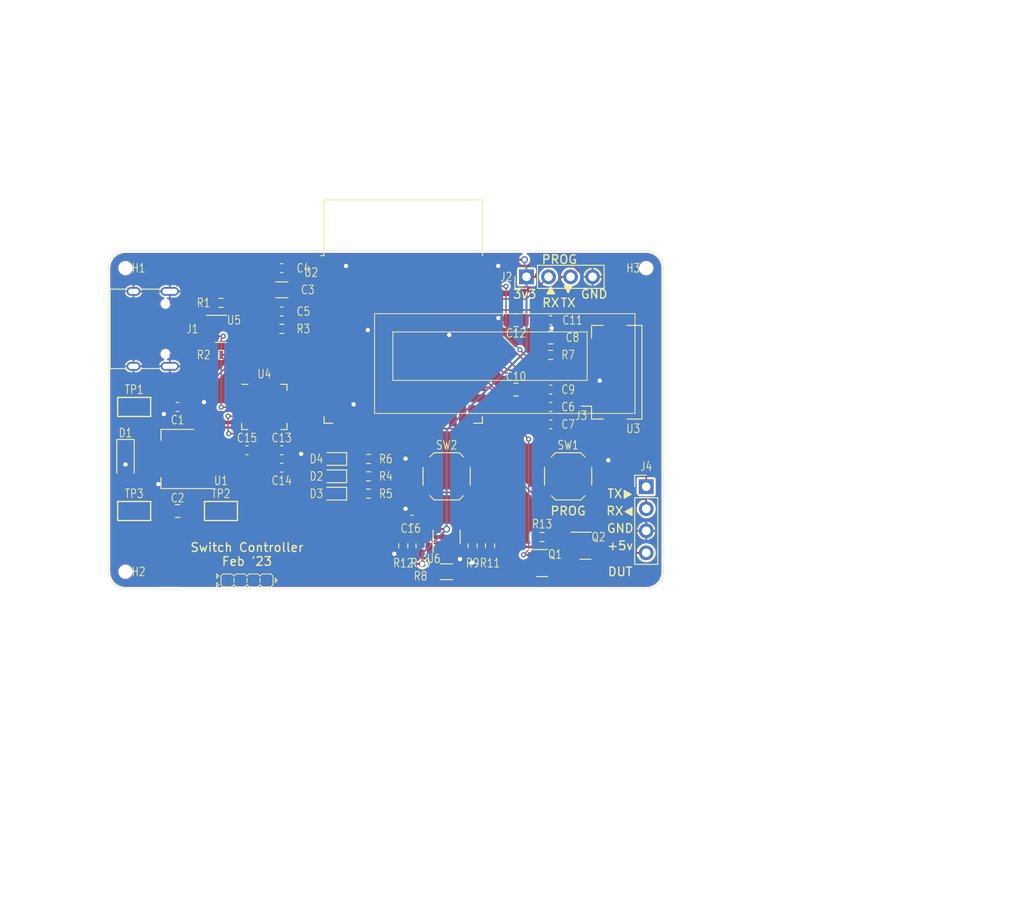
<source format=kicad_pcb>
(kicad_pcb (version 20211014) (generator pcbnew)
  (layers (0 "F.Cu" signal "Front") (31 "B.Cu" signal "Back") (34 "B.Paste" user) (35 "F.Paste" user) (36 "B.SilkS" user "B.Silkscreen") (37 "F.SilkS" user "F.Silkscreen") (38 "B.Mask" user) (39 "F.Mask" user) (44 "Edge.Cuts" user))
  (net 0 "")
  (net 1 "gnd")
  (net 2 "usb.conn.A5")
  (net 3 "vusb")
  (net 4 "usb.conn.B5")
  (net 5 "ledr.res.a")
  (net 6 "ledg.res.a")
  (net 7 "ledb.res.a")
  (net 8 "sw.pre.drain")
  (net 9 "mcu.ic.io2")
  (net 10 "ledr.signal")
  (net 11 "ledg.signal")
  (net 12 "ledb.signal")
  (net 13 "sw.control")
  (net 14 "mcu.prog.out")
  (net 15 "mcu.uart0.uart.tx")
  (net 16 "mcu.uart0.uart.rx")
  (net 17 "v3v3")
  (net 18 "usb.usb.dm")
  (net 19 "usb.usb.dp")
  (net 20 "sw1.out")
  (net 21 "conn.uart.tx")
  (net 22 "conn.uart.rx")
  (net 23 "sw.output")
  (net 24 "isense.pwr_out")
  (net 25 "isense.amp.r1.b")
  (net 26 "isense.amp.r2.b")
  (net 27 "isense.out")
  (net 28 "mcu.ic.chip_pu")
  (net 29 "lcd.iref_res.a")
  (net 30 "lcd.spi.sck")
  (net 31 "lcd.spi.mosi")
  (net 32 "usb_uart.uart.rx")
  (net 33 "usb_uart.uart.tx")
  (net 34 "lcd.cs")
  (net 35 "lcd.reset")
  (net 36 "lcd.dc")
  (net 37 "usb_uart.dcd")
  (net 38 "usb_uart.ri")
  (net 39 "usb_uart.ic.vdd")
  (net 40 "usb_uart.nsuspend")
  (net 41 "usb_uart.suspend")
  (net 42 "usb_uart.cts")
  (net 43 "usb_uart.rts")
  (net 44 "usb_uart.dsr")
  (net 45 "usb_uart.dtr")
  (net 46 "lcd.c2_cap.pos")
  (net 47 "lcd.c2_cap.neg")
  (net 48 "lcd.c1_cap.pos")
  (net 49 "lcd.c1_cap.neg")
  (net 50 "lcd.device.vcomh")
  (net 51 "lcd.device.vcc")
  (footprint "Resistor_SMD:R_0603_1608Metric" (layer "F.Cu") (at 134 58)
    (fp_text reference "R6")
    (fp_text value "")
  )
  (footprint "Resistor_SMD:R_0603_1608Metric" (layer "F.Cu") (at 154 67)
    (fp_text reference "R13")
    (fp_text value "")
  )
  (footprint "RF_Module:ESP32-WROOM-32" (layer "F.Cu") (at 138 44)
    (fp_text reference "U2")
    (fp_text value "ESP32-WROOM-32 (Espressif Systems)")
  )
  (footprint "TestPoint:TestPoint_Keystone_5015_Micro-Minature" (layer "F.Cu") (at 107 52)
    (fp_text reference "TP1")
    (fp_text value "5015 (Keystone) - vusb")
  )
  (footprint "Capacitor_SMD:C_0805_2012Metric" (layer "F.Cu") (at 151 42 180)
    (fp_text reference "C12")
    (fp_text value "")
  )
  (footprint "Capacitor_SMD:C_0805_2012Metric" (layer "F.Cu") (at 151 50 180)
    (fp_text reference "C10")
    (fp_text value "")
  )
  (footprint "TestPoint:TestPoint_Keystone_5015_Micro-Minature" (layer "F.Cu") (at 117 64)
    (fp_text reference "TP2")
    (fp_text value "5015 (Keystone) - gnd")
  )
  (footprint "Package_TO_SOT_SMD:SOT-23-5" (layer "F.Cu") (at 143 67 90)
    (fp_text reference "U6")
    (fp_text value "LMV321 (Texas Instruments)")
  )
  (footprint "LED_SMD:LED_0603_1608Metric" (layer "F.Cu") (at 130 60 180)
    (fp_text reference "D2")
    (fp_text value "KT-0603R (Hubei KENTO Elec) - Red 615~630nm 1.9~2.2V 0603 Light Emitting Diodes (LED) RoHS")
  )
  (footprint "Diode_SMD:D_SOD-123" (layer "F.Cu") (at 106 58 -90)
    (fp_text reference "D1")
    (fp_text value "BZT52C3V6 (SMC(Sangdest Microelectronicstronic (Nanjing))) - 5?A@1V 90? Single 3.6V~3.8V 350mW 3.4V SOD-123 Zener Diodes ROHS")
  )
  (footprint "Package_TO_SOT_SMD:SOT-23" (layer "F.Cu") (at 117 43)
    (fp_text reference "U5")
    (fp_text value "PESD5V0X1BT (Nexperia)")
  )
  (footprint "Resistor_SMD:R_0603_1608Metric" (layer "F.Cu") (at 146 68 90)
    (fp_text reference "R9")
    (fp_text value "")
  )
  (footprint "Capacitor_SMD:C_0603_1608Metric" (layer "F.Cu") (at 124 36 180)
    (fp_text reference "C4")
    (fp_text value "")
  )
  (footprint "Package_DFN_QFN:QFN-28-1EP_5x5mm_P0.5mm_EP3.35x3.35mm" (layer "F.Cu") (at 122 52)
    (fp_text reference "U4")
    (fp_text value "CP2102 (Silicon Labs)")
  )
  (footprint "Connector_FFC-FPC:Hirose_FH12-15S-0.5SH_1x15-1MP_P0.50mm_Horizontal" (layer "F.Cu") (at 161 48 90)
    (fp_text reference "J3")
    (fp_text value "AFC01-S15FCA-00 (Jushuo)")
  )
  (footprint "Resistor_SMD:R_0603_1608Metric" (layer "F.Cu") (at 134 60)
    (fp_text reference "R4")
    (fp_text value "")
  )
  (footprint "Connector_PinHeader_2.54mm:PinHeader_1x04_P2.54mm_Vertical" (layer "F.Cu") (at 152.2 37 90)
    (fp_text reference "J2")
    (fp_text value "PinHeader2.54 1x4 (Generic)")
  )
  (footprint "Capacitor_SMD:C_0603_1608Metric" (layer "F.Cu") (at 139 65 180)
    (fp_text reference "C16")
    (fp_text value "")
  )
  (footprint "edg:JlcToolingHole_1.152mm" (layer "F.Cu") (at 106 71)
    (fp_text reference "H2")
    (fp_text value "")
  )
  (footprint "edg:JlcToolingHole_1.152mm" (layer "F.Cu") (at 166 36)
    (fp_text reference "H3")
    (fp_text value "")
  )
  (footprint "Connector_USB:USB_C_Receptacle_XKB_U262-16XN-4BVC11" (layer "F.Cu") (at 108 43 -90)
    (fp_text reference "J1")
    (fp_text value "COM-15111 (Sparkfun)")
  )
  (footprint "Capacitor_SMD:C_0805_2012Metric" (layer "F.Cu") (at 155 44 180)
    (fp_text reference "C8")
    (fp_text value "")
  )
  (footprint "Resistor_SMD:R_0603_1608Metric" (layer "F.Cu") (at 148 68 90)
    (fp_text reference "R11")
    (fp_text value "")
  )
  (footprint "Resistor_SMD:R_0603_1608Metric" (layer "F.Cu") (at 124 43)
    (fp_text reference "R3")
    (fp_text value "")
  )
  (footprint "Capacitor_SMD:C_0603_1608Metric" (layer "F.Cu") (at 155 54 180)
    (fp_text reference "C7")
    (fp_text value "")
  )
  (footprint "Package_TO_SOT_SMD:SOT-23" (layer "F.Cu") (at 154 70)
    (fp_text reference "Q1")
    (fp_text value "2N7002 (Changjiang Electronics Tech (CJ)) - 60V 115mA 200mW 7.5?@10V,500mA 2.5V@250?A N Channel SOT-23(SOT-23-3) MOSFETs ROHS")
  )
  (footprint "LED_SMD:LED_0603_1608Metric" (layer "F.Cu") (at 130 62 180)
    (fp_text reference "D3")
    (fp_text value "")
  )
  (footprint "Capacitor_SMD:C_0603_1608Metric" (layer "F.Cu") (at 124 57)
    (fp_text reference "C13")
    (fp_text value "")
  )
  (footprint "Resistor_SMD:R_0603_1608Metric" (layer "F.Cu") (at 138 68 90)
    (fp_text reference "R12")
    (fp_text value "")
  )
  (footprint "edg:Indicator_IdDots_4" (layer "F.Cu") (at 120 72)
    (fp_text reference "U8" hide)
    (fp_text value "IdDots4")
  )
  (footprint "Capacitor_SMD:C_0603_1608Metric" (layer "F.Cu") (at 155 52 180)
    (fp_text reference "C6")
    (fp_text value "")
  )
  (footprint "Resistor_SMD:R_1206_3216Metric" (layer "F.Cu") (at 143 71)
    (fp_text reference "R8")
    (fp_text value "")
  )
  (footprint "Capacitor_SMD:C_0603_1608Metric" (layer "F.Cu") (at 155 50 180)
    (fp_text reference "C9")
    (fp_text value "")
  )
  (footprint "Button_Switch_SMD:SW_SPST_SKQG_WithoutStem" (layer "F.Cu") (at 143 60)
    (fp_text reference "SW2")
    (fp_text value "5.1mm switch")
  )
  (footprint "Resistor_SMD:R_0603_1608Metric" (layer "F.Cu") (at 140 68 90)
    (fp_text reference "R10")
    (fp_text value "")
  )
  (footprint "Resistor_SMD:R_0603_1608Metric" (layer "F.Cu") (at 134 62)
    (fp_text reference "R5")
    (fp_text value "")
  )
  (footprint "Button_Switch_SMD:SW_SPST_SKQG_WithoutStem" (layer "F.Cu") (at 157 60)
    (fp_text reference "SW1")
    (fp_text value "5.1mm switch")
  )
  (footprint "Capacitor_SMD:C_1206_3216Metric" (layer "F.Cu") (at 124 38.5 180)
    (fp_text reference "C3")
    (fp_text value "")
  )
  (footprint "edg:Lcd_Er_Oled0.91_3_Outline" (layer "F.Cu") (at 148 46.15)
    (fp_text reference "U3")
    (fp_text value "ER-OLED-0.91-e (EastRising)")
  )
  (footprint "Package_TO_SOT_SMD:SOT-223-3_TabPin2" (layer "F.Cu") (at 112 58 180)
    (fp_text reference "U1")
    (fp_text value "LD1117S33TR (STMicroelectronics)")
  )
  (footprint "Capacitor_SMD:C_0603_1608Metric" (layer "F.Cu") (at 124 41 180)
    (fp_text reference "C5")
    (fp_text value "")
  )
  (footprint "Capacitor_SMD:C_0603_1608Metric" (layer "F.Cu") (at 155 42 180)
    (fp_text reference "C11")
    (fp_text value "")
  )
  (footprint "edg:JlcToolingHole_1.152mm" (layer "F.Cu") (at 106 36)
    (fp_text reference "H1")
    (fp_text value "")
  )
  (footprint "Connector_PinHeader_2.54mm:PinHeader_1x04_P2.54mm_Vertical" (layer "F.Cu") (at 166 61.2)
    (fp_text reference "J4")
    (fp_text value "PinHeader2.54 1x4 (Generic)")
  )
  (footprint "Capacitor_SMD:C_0603_1608Metric" (layer "F.Cu") (at 124 59)
    (fp_text reference "C14")
    (fp_text value "")
  )
  (footprint "Resistor_SMD:R_0603_1608Metric" (layer "F.Cu") (at 117 46 180)
    (fp_text reference "R2")
    (fp_text value "")
  )
  (footprint "Capacitor_SMD:C_0603_1608Metric" (layer "F.Cu") (at 112 52 180)
    (fp_text reference "C1")
    (fp_text value "")
  )
  (footprint "Package_TO_SOT_SMD:SOT-23" (layer "F.Cu") (at 159 68)
    (fp_text reference "Q2")
    (fp_text value "AO3401A (Alpha & Omega Semicon) - 30V 4A 44m?@10V,4.3A 1.4W 1.3V@250?A P Channel SOT-23-3L MOSFETs ROHS")
  )
  (footprint "Capacitor_SMD:C_0603_1608Metric" (layer "F.Cu") (at 120 57)
    (fp_text reference "C15")
    (fp_text value "")
  )
  (footprint "Capacitor_SMD:C_0805_2012Metric" (layer "F.Cu") (at 112 64)
    (fp_text reference "C2")
    (fp_text value "")
  )
  (footprint "TestPoint:TestPoint_Keystone_5015_Micro-Minature" (layer "F.Cu") (at 107 64)
    (fp_text reference "TP3")
    (fp_text value "5015 (Keystone) - v3v3")
  )
  (footprint "LED_SMD:LED_0603_1608Metric" (layer "F.Cu") (at 130 58 180)
    (fp_text reference "D4")
    (fp_text value "")
  )
  (footprint "edg:Symbol_Duckling" (layer "F.Cu") (at 111 70)
    (fp_text reference "U7" hide)
    (fp_text value "Duck" hide)
  )
  (footprint "Resistor_SMD:R_0603_1608Metric" (layer "F.Cu") (at 155 46 180)
    (fp_text reference "R7")
    (fp_text value "")
  )
  (footprint "Resistor_SMD:R_0603_1608Metric" (layer "F.Cu") (at 117 40 180)
    (fp_text reference "R1")
    (fp_text value "")
  )
  (gr_line (start 106 34) (end 166 34) (layer "Edge.Cuts") (width 0.0381))
  (gr_line (start 166 73) (end 106 73) (layer "Edge.Cuts") (width 0.0381))
  (gr_line (start 104 71) (end 104 36) (layer "Edge.Cuts") (width 0.0381))
  (gr_arc (start 168 71) (mid 167.414214 72.414214) (end 166 73) (layer "Edge.Cuts") (width 0.0381))
  (gr_arc (start 104 36) (mid 104.585786 34.585786) (end 106 34) (layer "Edge.Cuts") (width 0.0381))
  (gr_arc (start 166 34) (mid 167.414214 34.585786) (end 168 36) (layer "Edge.Cuts") (width 0.0381))
  (gr_line (start 168 36) (end 168 71) (layer "Edge.Cuts") (width 0.0381))
  (gr_arc (start 106 73) (mid 104.585786 72.414214) (end 104 71) (layer "Edge.Cuts") (width 0.0381))
  (gr_text "3v3" (at 152 39) (layer "F.SilkS") (effects (font (size 1 1))))
  (gr_text "RX◀" (at 163 64) (layer "F.SilkS") (effects (font (size 1 1))))
  (gr_text "PROG" (at 157 64) (layer "F.SilkS") (effects (font (size 1 1))))
  (gr_text "GND" (at 160 39) (layer "F.SilkS") (effects (font (size 1 1))))
  (gr_text "TX" (at 157 40) (layer "F.SilkS") (effects (font (size 1 1))))
  (gr_text "+5v" (at 163 68) (layer "F.SilkS") (effects (font (size 1 1))))
  (gr_text "▲" (at 155 38.5) (layer "F.SilkS") (effects (font (size 1 1))))
  (gr_text "GND" (at 163 66) (layer "F.SilkS") (effects (font (size 1 1))))
  (gr_text "DUT" (at 163 71) (layer "F.SilkS") (effects (font (size 1 1))))
  (gr_text "TX▶" (at 163 62) (layer "F.SilkS") (effects (font (size 1 1))))
  (gr_text "Switch Controller\nFeb '23" (at 120 69) (layer "F.SilkS") (effects (font (size 1 1))))
  (gr_text "RX" (at 155 40) (layer "F.SilkS") (effects (font (size 1 1))))
  (gr_text "▲" (at 157 38.5 180) (layer "F.SilkS") (effects (font (size 1 1))))
  (gr_text "PROG" (at 156 35) (layer "F.SilkS") (effects (font (size 1 1))))
  (segment (start 129.5 35.745) (end 128.2249 35.745) (width 0.25) (layer "F.Cu") (net 1))
  (segment (start 138.225 63.7375) (end 138.225 65) (width 0.25) (layer "F.Cu") (net 1))
  (segment (start 111.105 47.32) (end 112.4301 47.32) (width 0.25) (layer "F.Cu") (net 1))
  (segment (start 124.775 57) (end 124.775 57.412) (width 0.25) (layer "F.Cu") (net 1))
  (segment (start 111.97 39.65) (end 111.67 39.95) (width 0.25) (layer "F.Cu") (net 1))
  (segment (start 122.525 36.7) (end 123.225 36) (width 0.25) (layer "F.Cu") (net 1))
  (segment (start 127.6701 35.1902) (end 128.2249 35.745) (width 0.25) (layer "F.Cu") (net 1))
  (segment (start 115.15 64) (end 115.15 61.3251) (width 0.25) (layer "F.Cu") (net 1))
  (segment (start 132.285 51.7011) (end 132.285 53.255) (width 0.25) (layer "F.Cu") (net 1))
  (segment (start 152.05 44) (end 154.05 44) (width 0.25) (layer "F.Cu") (net 1))
  (segment (start 115.15 60.3) (end 115.15 60.9) (width 0.25) (layer "F.Cu") (net 1))
  (segment (start 111.105 47.32) (end 106.925 47.32) (width 0.25) (layer "F.Cu") (net 1))
  (segment (start 136.4875 62) (end 138.225 63.7375) (width 0.25) (layer "F.Cu") (net 1))
  (segment (start 138.225 63.7375) (end 138.2717 63.7375) (width 0.25) (layer "F.Cu") (net 1))
  (segment (start 154.225 42.9125) (end 154.225 42) (width 0.25) (layer "F.Cu") (net 1))
  (segment (start 160.1 58.15) (end 153.9 58.15) (width 0.25) (layer "F.Cu") (net 1))
  (segment (start 138 68.825) (end 138.7219 68.1031) (width 0.25) (layer "F.Cu") (net 1))
  (segment (start 115.15 60.9) (end 115.15 61.3251) (width 0.25) (layer "F.Cu") (net 1))
  (segment (start 139.9 58.15) (end 138.7249 58.15) (width 0.25) (layer "F.Cu") (net 1))
  (segment (start 126.2358 57.412) (end 124.775 57.412) (width 0.25) (layer "F.Cu") (net 1))
  (segment (start 138.7249 58.15) (end 138.5316 57.9567) (width 0.25) (layer "F.Cu") (net 1))
  (segment (start 134.825 60) (end 134.825 62) (width 0.25) (layer "F.Cu") (net 1))
  (segment (start 117.825 38.77) (end 112.5201 38.77) (width 0.25) (layer "F.Cu") (net 1))
  (segment (start 112.0951 39.65) (end 112.5201 39.65) (width 0.25) (layer "F.Cu") (net 1))
  (segment (start 112.0951 39.65) (end 111.97 39.65) (width 0.25) (layer "F.Cu") (net 1))
  (segment (start 134.825 58) (end 134.825 60) (width 0.25) (layer "F.Cu") (net 1))
  (segment (start 111.105 38.68) (end 112.4301 38.68) (width 0.25) (layer "F.Cu") (net 1))
  (segment (start 124.0348 35.1902) (end 127.6701 35.1902) (width 0.25) (layer "F.Cu") (net 1))
  (segment (start 111.105 38.68) (end 106.925 38.68) (width 0.25) (layer "F.Cu") (net 1))
  (segment (start 123.225 41) (end 118.825 41) (width 0.25) (layer "F.Cu") (net 1))
  (segment (start 141.6559 69.0758) (end 142.4007 69.0758) (width 0.25) (layer "F.Cu") (net 1))
  (segment (start 161.632 58.15) (end 160.1 58.15) (width 0.25) (layer "F.Cu") (net 1))
  (segment (start 119.4974 51.4474) (end 115.0519 51.4474) (width 0.25) (layer "F.Cu") (net 1))
  (segment (start 119.55 51.5) (end 119.4974 51.4474) (width 0.25) (layer "F.Cu") (net 1))
  (segment (start 154.05 44) (end 154.225 43.825) (width 0.25) (layer "F.Cu") (net 1))
  (segment (start 148.9672 41.7507) (end 149.8007 41.7507) (width 0.25) (layer "F.Cu") (net 1))
  (segment (start 121.5 51.5) (end 119.55 51.5) (width 0.25) (layer "F.Cu") (net 1))
  (segment (start 143 68.4765) (end 143 68.1375) (width 0.25) (layer "F.Cu") (net 1))
  (segment (start 117.035 46.79) (end 112.5201 46.79) (width 0.25) (layer "F.Cu") (net 1))
  (segment (start 138.5316 57.9567) (end 138.2668 57.9567) (width 0.25) (layer "F.Cu") (net 1))
  (segment (start 149.8007 41.7507) (end 150.05 42) (width 0.25) (layer "F.Cu") (net 1))
  (segment (start 115.15 64) (end 112.95 64) (width 0.25) (layer "F.Cu") (net 1))
  (segment (start 144.0738 69.5503) (end 144.5363 69.5503) (width 0.25) (layer "F.Cu") (net 1))
  (segment (start 118.095 38.5) (end 122.525 38.5) (width 0.25) (layer "F.Cu") (net 1))
  (segment (start 111.67 46.35) (end 111.97 46.35) (width 0.25) (layer "F.Cu") (net 1))
  (segment (start 137.8871 68.9379) (end 138 68.825) (width 0.25) (layer "F.Cu") (net 1))
  (segment (start 109.7932 60.9) (end 115.15 60.9) (width 0.25) (layer "F.Cu") (net 1))
  (segment (start 154.175 44.125) (end 154.175 46) (width 0.25) (layer "F.Cu") (net 1))
  (segment (start 122 52) (end 121.5 51.5) (width 0.25) (layer "F.Cu") (net 1))
  (segment (start 112.5201 46.35) (end 112.5201 46.79) (width 0.25) (layer "F.Cu") (net 1))
  (segment (start 123.225 36) (end 124.0348 35.1902) (width 0.25) (layer "F.Cu") (net 1))
  (segment (start 112.0951 46.35) (end 112.5201 46.35) (width 0.25) (layer "F.Cu") (net 1))
  (segment (start 129.5 35.745) (end 131.411 35.745) (width 0.25) (layer "F.Cu") (net 1))
  (segment (start 134.1223 43.1424) (end 133.9265 43.1424) (width 0.25) (layer "F.Cu") (net 1))
  (segment (start 143 68.4765) (end 144.0738 69.5503) (width 0.25) (layer "F.Cu") (net 1))
  (segment (start 140.2301 43.7) (end 139.7751 43.245) (width 0.25) (layer "F.Cu") (net 1))
  (segment (start 159.15 49) (end 160.607 49) (width 0.25) (layer "F.Cu") (net 1))
  (segment (start 117.9375 45.8875) (end 117.825 46) (width 0.25) (layer "F.Cu") (net 1))
  (segment (start 155.225 49) (end 154.225 50) (width 0.25) (layer "F.Cu") (net 1))
  (segment (start 138.7219 68.1031) (end 140.6832 68.1031) (width 0.25) (layer "F.Cu") (net 1))
  (segment (start 124.775 57.412) (end 124.775 59) (width 0.25) (layer "F.Cu") (net 1))
  (segment (start 153.2174 48.9924) (end 154.225 50) (width 0.25) (layer "F.Cu") (net 1))
  (segment (start 111.225 52.0182) (end 111.225 52) (width 0.25) (layer "F.Cu") (net 1))
  (segment (start 159.15 49) (end 155.225 49) (width 0.25) (layer "F.Cu") (net 1))
  (segment (start 122.525 38.5) (end 122.525 36.7) (width 0.25) (layer "F.Cu") (net 1))
  (segment (start 137 43.245) (end 139.7751 43.245) (width 0.25) (layer "F.Cu") (net 1))
  (segment (start 117.825 38.77) (end 117.825 40) (width 0.25) (layer "F.Cu") (net 1))
  (segment (start 112.5201 39.65) (end 112.5201 38.77) (width 0.25) (layer "F.Cu") (net 1))
  (segment (start 136.9731 68.9379) (end 137.8871 68.9379) (width 0.25) (layer "F.Cu") (net 1))
  (segment (start 139.9 58.15) (end 146.1 58.15) (width 0.25) (layer "F.Cu") (net 1))
  (segment (start 134.825 62) (end 136.4875 62) (width 0.25) (layer "F.Cu") (net 1))
  (segment (start 143.2957 43.7) (end 140.2301 43.7) (width 0.25) (layer "F.Cu") (net 1))
  (segment (start 154.05 44) (end 154.175 44.125) (width 0.25) (layer "F.Cu") (net 1))
  (segment (start 118.825 41) (end 117.825 40) (width 0.25) (layer "F.Cu") (net 1))
  (segment (start 160.607 49) (end 160.6361 48.9709) (width 0.25) (layer "F.Cu") (net 1))
  (segment (start 111.97 46.35) (end 111.67 46.05) (width 0.25) (layer "F.Cu") (net 1))
  (segment (start 111.67 39.65) (end 111.97 39.65) (width 0.25) (layer "F.Cu") (net 1))
  (segment (start 134.2249 43.245) (end 134.1223 43.1424) (width 0.25) (layer "F.Cu") (net 1))
  (segment (start 154.225 42.9125) (end 155.0993 42.9125) (width 0.25) (layer "F.Cu") (net 1))
  (segment (start 117.825 38.77) (end 118.095 38.5) (width 0.25) (layer "F.Cu") (net 1))
  (segment (start 137 43.245) (end 134.2249 43.245) (width 0.25) (layer "F.Cu") (net 1))
  (segment (start 112.5201 38.77) (end 112.4301 38.68) (width 0.25) (layer "F.Cu") (net 1))
  (segment (start 124.775 57) (end 124.0033 56.2283) (width 0.25) (layer "F.Cu") (net 1))
  (segment (start 117.825 46) (end 117.035 46.79) (width 0.25) (layer "F.Cu") (net 1))
  (segment (start 151.0576 48.9924) (end 153.2174 48.9924) (width 0.25) (layer "F.Cu") (net 1))
  (segment (start 106 58.6374) (end 106 59.65) (width 0.25) (layer "F.Cu") (net 1))
  (segment (start 150.05 42) (end 152.05 44) (width 0.25) (layer "F.Cu") (net 1))
  (segment (start 121.5467 56.2283) (end 120.775 57) (width 0.25) (layer "F.Cu") (net 1))
  (segment (start 142.4007 69.0758) (end 143 68.4765) (width 0.25) (layer "F.Cu") (net 1))
  (segment (start 124.0033 56.2283) (end 121.5467 56.2283) (width 0.25) (layer "F.Cu") (net 1))
  (segment (start 117.9375 43) (end 117.9375 45.8875) (width 0.25) (layer "F.Cu") (net 1))
  (segment (start 146.5 35.745) (end 148.9547 35.745) (width 0.25) (layer "F.Cu") (net 1))
  (segment (start 154.225 43.825) (end 154.225 42.9125) (width 0.25) (layer "F.Cu") (net 1))
  (segment (start 145.9191 69.9521) (end 152.0646 69.9521) (width 0.25) (layer "F.Cu") (net 1))
  (segment (start 152.0646 69.9521) (end 153.0625 70.95) (width 0.25) (layer "F.Cu") (net 1))
  (segment (start 112.5201 46.79) (end 112.5201 47.23) (width 0.25) (layer "F.Cu") (net 1))
  (segment (start 112.0951 46.35) (end 111.97 46.35) (width 0.25) (layer "F.Cu") (net 1))
  (segment (start 117 64) (end 115.15 64) (width 0.25) (layer "F.Cu") (net 1))
  (segment (start 112.5201 47.23) (end 112.4301 47.32) (width 0.25) (layer "F.Cu") (net 1))
  (segment (start 140.6832 68.1031) (end 141.6559 69.0758) (width 0.25) (layer "F.Cu") (net 1))
  (segment (start 150.05 50) (end 151.0576 48.9924) (width 0.25) (layer "F.Cu") (net 1))
  (segment (start 110.4199 52.8233) (end 111.225 52.0182) (width 0.25) (layer "F.Cu") (net 1))
  (via (at 109.7932 60.9) (size 0.8) (drill 0.5) (layers "F.Cu" "B.Cu") (net 1))
  (via (at 145.9191 69.9521) (size 0.8) (drill 0.5) (layers "F.Cu" "B.Cu") (net 1))
  (via (at 161.632 58.15) (size 0.8) (drill 0.5) (layers "F.Cu" "B.Cu") (net 1))
  (via (at 143.2957 43.7) (size 0.8) (drill 0.5) (layers "F.Cu" "B.Cu") (net 1))
  (via (at 148.9547 35.745) (size 0.8) (drill 0.5) (layers "F.Cu" "B.Cu") (net 1))
  (via (at 155.0993 42.9125) (size 0.8) (drill 0.5) (layers "F.Cu" "B.Cu") (net 1))
  (via (at 131.411 35.745) (size 0.8) (drill 0.5) (layers "F.Cu" "B.Cu") (net 1))
  (via (at 148.9672 41.7507) (size 0.8) (drill 0.5) (layers "F.Cu" "B.Cu") (net 1))
  (via (at 138.2717 63.7375) (size 0.8) (drill 0.5) (layers "F.Cu" "B.Cu") (net 1))
  (via (at 126.2358 57.412) (size 0.8) (drill 0.5) (layers "F.Cu" "B.Cu") (net 1))
  (via (at 133.9265 43.1424) (size 0.8) (drill 0.5) (layers "F.Cu" "B.Cu") (net 1))
  (via (at 138.2668 57.9567) (size 0.8) (drill 0.5) (layers "F.Cu" "B.Cu") (net 1))
  (via (at 136.9731 68.9379) (size 0.8) (drill 0.5) (layers "F.Cu" "B.Cu") (net 1))
  (via (at 132.285 51.7011) (size 0.8) (drill 0.5) (layers "F.Cu" "B.Cu") (net 1))
  (via (at 160.6361 48.9709) (size 0.8) (drill 0.5) (layers "F.Cu" "B.Cu") (net 1))
  (via (at 106 58.6374) (size 0.8) (drill 0.5) (layers "F.Cu" "B.Cu") (net 1))
  (via (at 115.0519 51.4474) (size 0.8) (drill 0.5) (layers "F.Cu" "B.Cu") (net 1))
  (via (at 144.5363 69.5503) (size 0.8) (drill 0.5) (layers "F.Cu" "B.Cu") (net 1))
  (via (at 110.4199 52.8233) (size 0.8) (drill 0.5) (layers "F.Cu" "B.Cu") (net 1))
  (segment (start 135.2759 54.9658) (end 132.285 54.9658) (width 0.25) (layer "B.Cu") (net 1))
  (segment (start 160.6361 48.9709) (end 159.82 48.1548) (width 0.25) (layer "B.Cu") (net 1))
  (segment (start 136.9731 68.9379) (end 138.2717 67.6393) (width 0.25) (layer "B.Cu") (net 1))
  (segment (start 106.925 38.68) (end 108.0001 38.68) (width 0.25) (layer "B.Cu") (net 1))
  (segment (start 148.9672 41.7507) (end 148.9672 35.7575) (width 0.25) (layer "B.Cu") (net 1))
  (segment (start 144.5363 69.5503) (end 145.5173 69.5503) (width 0.25) (layer "B.Cu") (net 1))
  (segment (start 138.2717 63.7375) (end 138.2668 63.7326) (width 0.25) (layer "B.Cu") (net 1))
  (segment (start 111.105 47.32) (end 112.4301 47.32) (width 0.25) (layer "B.Cu") (net 1))
  (segment (start 132.285 54.9658) (end 128.682 54.9658) (width 0.25) (layer "B.Cu") (net 1))
  (segment (start 112.4301 48.8256) (end 115.0519 51.4474) (width 0.25) (layer "B.Cu") (net 1))
  (segment (start 106 58.6374) (end 107.5306 58.6374) (width 0.25) (layer "B.Cu") (net 1))
  (segment (start 148.9672 35.7575) (end 148.9547 35.745) (width 0.25) (layer "B.Cu") (net 1))
  (segment (start 145.245 41.7507) (end 143.2957 43.7) (width 0.25) (layer "B.Cu") (net 1))
  (segment (start 109.7799 47.32) (end 109.7799 52.1833) (width 0.25) (layer "B.Cu") (net 1))
  (segment (start 161.632 61.0201) (end 165.7668 65.1549) (width 0.25) (layer "B.Cu") (net 1))
  (segment (start 128.682 54.9658) (end 126.2358 57.412) (width 0.25) (layer "B.Cu") (net 1))
  (segment (start 159.82 42.9125) (end 159.82 37) (width 0.25) (layer "B.Cu") (net 1))
  (segment (start 132.285 44.7839) (end 132.285 51.7011) (width 0.25) (layer "B.Cu") (net 1))
  (segment (start 161.632 58.15) (end 161.632 49.9668) (width 0.25) (layer "B.Cu") (net 1))
  (segment (start 133.9265 43.1424) (end 132.285 44.7839) (width 0.25) (layer "B.Cu") (net 1))
  (segment (start 133.9265 38.2605) (end 131.411 35.745) (width 0.25) (layer "B.Cu") (net 1))
  (segment (start 138.2668 63.7326) (end 138.2668 57.9567) (width 0.25) (layer "B.Cu") (net 1))
  (segment (start 109.7799 52.1833) (end 110.4199 52.8233) (width 0.25) (layer "B.Cu") (net 1))
  (segment (start 106 57.2432) (end 106 58.6374) (width 0.25) (layer "B.Cu") (net 1))
  (segment (start 108.0001 38.68) (end 108.0001 47.32) (width 0.25) (layer "B.Cu") (net 1))
  (segment (start 132.285 54.9658) (end 132.285 51.7011) (width 0.25) (layer "B.Cu") (net 1))
  (segment (start 133.9265 43.1424) (end 133.9265 38.2605) (width 0.25) (layer "B.Cu") (net 1))
  (segment (start 110.4199 52.8233) (end 106 57.2432) (width 0.25) (layer "B.Cu") (net 1))
  (segment (start 159.82 48.1548) (end 159.82 42.9125) (width 0.25) (layer "B.Cu") (net 1))
  (segment (start 107.5306 58.6374) (end 109.7932 60.9) (width 0.25) (layer "B.Cu") (net 1))
  (segment (start 166 66.28) (end 166 65.1549) (width 0.25) (layer "B.Cu") (net 1))
  (segment (start 161.632 58.15) (end 161.632 61.0201) (width 0.25) (layer "B.Cu") (net 1))
  (segment (start 159.82 42.9125) (end 155.0993 42.9125) (width 0.25) (layer "B.Cu") (net 1))
  (segment (start 111.105 47.32) (end 109.7799 47.32) (width 0.25) (layer "B.Cu") (net 1))
  (segment (start 165.7668 65.1549) (end 166 65.1549) (width 0.25) (layer "B.Cu") (net 1))
  (segment (start 161.632 49.9668) (end 160.6361 48.9709) (width 0.25) (layer "B.Cu") (net 1))
  (segment (start 138.2668 57.9567) (end 135.2759 54.9658) (width 0.25) (layer "B.Cu") (net 1))
  (segment (start 148.9672 41.7507) (end 145.245 41.7507) (width 0.25) (layer "B.Cu") (net 1))
  (segment (start 138.2717 67.6393) (end 138.2717 63.7375) (width 0.25) (layer "B.Cu") (net 1))
  (segment (start 106.925 47.32) (end 108.0001 47.32) (width 0.25) (layer "B.Cu") (net 1))
  (segment (start 145.5173 69.5503) (end 145.9191 69.9521) (width 0.25) (layer "B.Cu") (net 1))
  (segment (start 112.4301 47.32) (end 112.4301 48.8256) (width 0.25) (layer "B.Cu") (net 1))
  (segment (start 116.175 40) (end 114.425 41.75) (width 0.16) (layer "F.Cu") (net 2))
  (segment (start 114.425 41.75) (end 111.67 41.75) (width 0.16) (layer "F.Cu") (net 2))
  (segment (start 110.8199 45.25) (end 110.4862 44.9163) (width 0.2) (layer "F.Cu") (net 3))
  (segment (start 123.225 57.7971) (end 117.2471 57.7971) (width 0.25) (layer "F.Cu") (net 3))
  (segment (start 139.919 69.417) (end 139.7154 69.6206) (width 0.25) (layer "F.Cu") (net 3))
  (segment (start 107 52) (end 107 53.1751) (width 0.25) (layer "F.Cu") (net 3))
  (segment (start 141.5375 71) (end 141.5375 70.4762) (width 0.25) (layer "F.Cu") (net 3))
  (segment (start 111.2765 53.4985) (end 107.3234 53.4985) (width 0.25) (layer "F.Cu") (net 3))
  (segment (start 115.15 54.375) (end 118.675 54.375) (width 0.25) (layer "F.Cu") (net 3))
  (segment (start 115.15 54.375) (end 115.15 55.7) (width 0.25) (layer "F.Cu") (net 3))
  (segment (start 107.9136 44.9163) (end 105.8423 46.9876) (width 0.25) (layer "F.Cu") (net 3))
  (segment (start 112.775 52) (end 115.15 54.375) (width 0.25) (layer "F.Cu") (net 3))
  (segment (start 123.225 57.7971) (end 123.225 57) (width 0.25) (layer "F.Cu") (net 3))
  (segment (start 110.4862 44.9163) (end 110.4862 41.0837) (width 0.25) (layer "F.Cu") (net 3))
  (segment (start 107.3234 53.4985) (end 107 53.1751) (width 0.25) (layer "F.Cu") (net 3))
  (segment (start 116.1751 56.7251) (end 115.15 56.7251) (width 0.25) (layer "F.Cu") (net 3))
  (segment (start 105.8423 46.9876) (end 105.8423 49.6672) (width 0.25) (layer "F.Cu") (net 3))
  (segment (start 139.7154 69.6206) (end 133.8456 69.6206) (width 0.25) (layer "F.Cu") (net 3))
  (segment (start 111.67 45.25) (end 111.67 45.55) (width 0.25) (layer "F.Cu") (net 3))
  (segment (start 123.225 59) (end 123.225 57.7971) (width 0.25) (layer "F.Cu") (net 3))
  (segment (start 117.2471 57.7971) (end 116.1751 56.7251) (width 0.25) (layer "F.Cu") (net 3))
  (segment (start 140.4783 69.417) (end 140 69.417) (width 0.25) (layer "F.Cu") (net 3))
  (segment (start 141.5375 70.4762) (end 140.4783 69.417) (width 0.25) (layer "F.Cu") (net 3))
  (segment (start 110.8199 40.75) (end 110.4862 41.0837) (width 0.2) (layer "F.Cu") (net 3))
  (segment (start 120.5 54.45) (end 119.55 53.5) (width 0.25) (layer "F.Cu") (net 3))
  (segment (start 118.675 54.375) (end 119.55 53.5) (width 0.25) (layer "F.Cu") (net 3))
  (segment (start 140 69.417) (end 139.919 69.417) (width 0.25) (layer "F.Cu") (net 3))
  (segment (start 107 52) (end 107 50.8249) (width 0.25) (layer "F.Cu") (net 3))
  (segment (start 111.67 40.75) (end 111.67 40.45) (width 0.25) (layer "F.Cu") (net 3))
  (segment (start 111.67 45.25) (end 110.8199 45.25) (width 0.2) (layer "F.Cu") (net 3))
  (segment (start 115.15 55.7) (end 115.15 56.7251) (width 0.25) (layer "F.Cu") (net 3))
  (segment (start 140 68.825) (end 140 69.417) (width 0.25) (layer "F.Cu") (net 3))
  (segment (start 112.775 52) (end 111.2765 53.4985) (width 0.25) (layer "F.Cu") (net 3))
  (segment (start 133.8456 69.6206) (end 123.225 59) (width 0.25) (layer "F.Cu") (net 3))
  (segment (start 111.67 40.75) (end 110.8199 40.75) (width 0.2) (layer "F.Cu") (net 3))
  (segment (start 110.4862 44.9163) (end 107.9136 44.9163) (width 0.25) (layer "F.Cu") (net 3))
  (segment (start 105.8423 49.6672) (end 107 50.8249) (width 0.25) (layer "F.Cu") (net 3))
  (segment (start 114.925 44.75) (end 111.67 44.75) (width 0.16) (layer "F.Cu") (net 4))
  (segment (start 116.175 46) (end 114.925 44.75) (width 0.16) (layer "F.Cu") (net 4))
  (segment (start 133.175 60) (end 130.7875 60) (width 0.16) (layer "F.Cu") (net 5))
  (segment (start 133.175 62) (end 130.7875 62) (width 0.16) (layer "F.Cu") (net 6))
  (segment (start 130.7875 58) (end 133.175 58) (width 0.16) (layer "F.Cu") (net 7))
  (segment (start 159.0899 68.6264) (end 159.0899 69.2466) (width 0.16) (layer "F.Cu") (net 8))
  (segment (start 158.0625 67.05) (end 157.2539 67.05) (width 0.16) (layer "F.Cu") (net 8))
  (segment (start 157.2539 67.05) (end 154.875 67.05) (width 0.16) (layer "F.Cu") (net 8))
  (segment (start 157.5135 67.05) (end 159.0899 68.6264) (width 0.16) (layer "F.Cu") (net 8))
  (segment (start 158.3365 70) (end 154.9375 70) (width 0.16) (layer "F.Cu") (net 8))
  (segment (start 159.0899 69.2466) (end 158.3365 70) (width 0.16) (layer "F.Cu") (net 8))
  (segment (start 154.875 67.05) (end 154.825 67) (width 0.16) (layer "F.Cu") (net 8))
  (segment (start 157.2539 67.05) (end 157.5135 67.05) (width 0.16) (layer "F.Cu") (net 8))
  (segment (start 129.5 50.985) (end 128.2699 50.985) (width 0.16) (layer "F.Cu") (net 10))
  (segment (start 127.9386 51.3163) (end 128.2699 50.985) (width 0.16) (layer "F.Cu") (net 10))
  (segment (start 129.2125 60) (end 127.9386 58.7261) (width 0.16) (layer "F.Cu") (net 10))
  (segment (start 127.9386 58.7261) (end 127.9386 51.3163) (width 0.16) (layer "F.Cu") (net 10))
  (segment (start 129.5 49.715) (end 128.2699 49.715) (width 0.16) (layer "F.Cu") (net 11))
  (segment (start 127.6285 60.416) (end 129.2125 62) (width 0.16) (layer "F.Cu") (net 11))
  (segment (start 127.6285 50.3564) (end 127.6285 60.416) (width 0.16) (layer "F.Cu") (net 11))
  (segment (start 128.2699 49.715) (end 127.6285 50.3564) (width 0.16) (layer "F.Cu") (net 11))
  (segment (start 128.2699 57.0574) (end 128.2699 52.255) (width 0.16) (layer "F.Cu") (net 12))
  (segment (start 129.5 52.255) (end 128.2699 52.255) (width 0.16) (layer "F.Cu") (net 12))
  (segment (start 129.2125 58) (end 128.2699 57.0574) (width 0.16) (layer "F.Cu") (net 12))
  (segment (start 153.0625 69.05) (end 151.859 69.05) (width 0.16) (layer "F.Cu") (net 13))
  (segment (start 152.4514 55.7063) (end 147.7301 50.985) (width 0.16) (layer "F.Cu") (net 13))
  (segment (start 146.5 50.985) (end 147.7301 50.985) (width 0.16) (layer "F.Cu") (net 13))
  (via (at 152.4514 55.7063) (size 0.6) (drill 0.3) (layers "F.Cu" "B.Cu") (net 13))
  (via (at 151.859 69.05) (size 0.6) (drill 0.3) (layers "F.Cu" "B.Cu") (net 13))
  (segment (start 151.859 69.05) (end 152.4514 68.4576) (width 0.16) (layer "B.Cu") (net 13))
  (segment (start 152.4514 68.4576) (end 152.4514 55.7063) (width 0.16) (layer "B.Cu") (net 13))
  (segment (start 146.5 52.255) (end 147.7301 52.255) (width 0.16) (layer "F.Cu") (net 14))
  (segment (start 147.7301 52.255) (end 147.7301 56.8102) (width 0.16) (layer "F.Cu") (net 14))
  (segment (start 147.7301 56.8102) (end 152.7699 61.85) (width 0.16) (layer "F.Cu") (net 14))
  (segment (start 153.9 61.85) (end 152.7699 61.85) (width 0.16) (layer "F.Cu") (net 14))
  (segment (start 160.1 61.85) (end 153.9 61.85) (width 0.16) (layer "F.Cu") (net 14))
  (segment (start 152.5099 40.825) (end 146.5 40.825) (width 0.16) (layer "F.Cu") (net 15))
  (segment (start 156.1999 37.135) (end 152.5099 40.825) (width 0.16) (layer "F.Cu") (net 15))
  (segment (start 156.1999 37) (end 156.1999 37.135) (width 0.16) (layer "F.Cu") (net 15))
  (segment (start 157.28 37) (end 156.1999 37) (width 0.16) (layer "F.Cu") (net 15))
  (segment (start 152.185 39.555) (end 146.5 39.555) (width 0.16) (layer "F.Cu") (net 16))
  (segment (start 154.74 37) (end 152.185 39.555) (width 0.16) (layer "F.Cu") (net 16))
  (segment (start 123.9999 39.9751) (end 123.9999 42.1751) (width 0.25) (layer "F.Cu") (net 17))
  (segment (start 158.55 42.25) (end 160.0751 43.7751) (width 0.25) (layer "F.Cu") (net 17))
  (segment (start 160.9453 48.2921) (end 161.3112 48.658) (width 0.25) (layer "F.Cu") (net 17))
  (segment (start 125.475 38.5) (end 126.375 37.6) (width 0.25) (layer "F.Cu") (net 17))
  (segment (start 126.96 37.015) (end 129.5 37.015) (width 0.25) (layer "F.Cu") (net 17))
  (segment (start 108.85 58) (end 108.85 58.7375) (width 0.25) (layer "F.Cu") (net 17))
  (segment (start 152.2 37) (end 153.3251 37) (width 0.25) (layer "F.Cu") (net 17))
  (segment (start 151.9801 35.0198) (end 137.6442 35.0198) (width 0.25) (layer "F.Cu") (net 17))
  (segment (start 158.55 36.6666) (end 158.55 42.25) (width 0.25) (layer "F.Cu") (net 17))
  (segment (start 153.3251 36.7187) (end 154.2195 35.8243) (width 0.25) (layer "F.Cu") (net 17))
  (segment (start 107 64) (end 108.85 64) (width 0.25) (layer "F.Cu") (net 17))
  (segment (start 159.15 49.5) (end 156.275 49.5) (width 0.25) (layer "F.Cu") (net 17))
  (segment (start 108.85 58.7375) (end 108.85 60.1751) (width 0.25) (layer "F.Cu") (net 17))
  (segment (start 143 66.0872) (end 142.2747 66.0872) (width 0.25) (layer "F.Cu") (net 17))
  (segment (start 126.375 37.6) (end 126.96 37.015) (width 0.25) (layer "F.Cu") (net 17))
  (segment (start 123.9999 42.1751) (end 123.175 43) (width 0.25) (layer "F.Cu") (net 17))
  (segment (start 115.15 58) (end 113.8749 58) (width 0.25) (layer "F.Cu") (net 17))
  (segment (start 154.961 50.7617) (end 152.7117 50.7617) (width 0.25) (layer "F.Cu") (net 17))
  (segment (start 111.05 64) (end 117.1421 70.0921) (width 0.25) (layer "F.Cu") (net 17))
  (segment (start 160.3522 49.7) (end 160.1522 49.5) (width 0.25) (layer "F.Cu") (net 17))
  (segment (start 124.775 36) (end 126.375 37.6) (width 0.25) (layer "F.Cu") (net 17))
  (segment (start 160.0751 43.7751) (end 160.0751 48.2921) (width 0.25) (layer "F.Cu") (net 17))
  (segment (start 140.6375 65.8625) (end 139.775 65) (width 0.25) (layer "F.Cu") (net 17))
  (segment (start 160.0751 48.2921) (end 160.9453 48.2921) (width 0.25) (layer "F.Cu") (net 17))
  (segment (start 156.275 49.5) (end 155.775 50) (width 0.25) (layer "F.Cu") (net 17))
  (segment (start 161.3112 49.268) (end 160.8792 49.7) (width 0.25) (layer "F.Cu") (net 17))
  (segment (start 142.2747 66.0872) (end 142.05 65.8625) (width 0.25) (layer "F.Cu") (net 17))
  (segment (start 137.6442 35.0198) (end 135.649 37.015) (width 0.25) (layer "F.Cu") (net 17))
  (segment (start 135.649 37.015) (end 129.5 37.015) (width 0.25) (layer "F.Cu") (net 17))
  (segment (start 160.0751 48.2921) (end 160.0751 48.5) (width 0.25) (layer "F.Cu") (net 17))
  (segment (start 157.7077 35.8243) (end 158.55 36.6666) (width 0.25) (layer "F.Cu") (net 17))
  (segment (start 142.05 65.8625) (end 140.6375 65.8625) (width 0.25) (layer "F.Cu") (net 17))
  (segment (start 155.7227 50) (end 154.961 50.7617) (width 0.25) (layer "F.Cu") (net 17))
  (segment (start 152.7117 50.7617) (end 151.95 50) (width 0.25) (layer "F.Cu") (net 17))
  (segment (start 108.85 58.7375) (end 106.8751 56.7626) (width 0.25) (layer "F.Cu") (net 17))
  (segment (start 106.8751 56.7626) (end 106.8751 56.35) (width 0.25) (layer "F.Cu") (net 17))
  (segment (start 161.3112 48.658) (end 161.3112 49.268) (width 0.25) (layer "F.Cu") (net 17))
  (segment (start 113.8749 58) (end 113.1374 58.7375) (width 0.25) (layer "F.Cu") (net 17))
  (segment (start 159.15 48.5) (end 160.0751 48.5) (width 0.25) (layer "F.Cu") (net 17))
  (segment (start 154.2195 35.8243) (end 157.7077 35.8243) (width 0.25) (layer "F.Cu") (net 17))
  (segment (start 117.1421 70.0921) (end 140.1986 70.0921) (width 0.25) (layer "F.Cu") (net 17))
  (segment (start 160.1522 49.5) (end 159.15 49.5) (width 0.25) (layer "F.Cu") (net 17))
  (segment (start 125.475 38.5) (end 123.9999 39.9751) (width 0.25) (layer "F.Cu") (net 17))
  (segment (start 108.85 64) (end 111.05 64) (width 0.25) (layer "F.Cu") (net 17))
  (segment (start 108.85 64) (end 108.85 60.1751) (width 0.25) (layer "F.Cu") (net 17))
  (segment (start 106 56.35) (end 106.8751 56.35) (width 0.25) (layer "F.Cu") (net 17))
  (segment (start 155.775 50) (end 155.7227 50) (width 0.25) (layer "F.Cu") (net 17))
  (segment (start 160.8792 49.7) (end 160.3522 49.7) (width 0.25) (layer "F.Cu") (net 17))
  (segment (start 153.3251 37) (end 153.3251 36.7187) (width 0.25) (layer "F.Cu") (net 17))
  (segment (start 113.1374 58.7375) (end 108.85 58.7375) (width 0.25) (layer "F.Cu") (net 17))
  (via (at 151.9801 35.0198) (size 0.8) (drill 0.5) (layers "F.Cu" "B.Cu") (net 17))
  (via (at 140.1986 70.0921) (size 0.8) (drill 0.5) (layers "F.Cu" "B.Cu") (net 17))
  (via (at 143 66.0872) (size 0.8) (drill 0.5) (layers "F.Cu" "B.Cu") (net 17))
  (segment (start 152.2 35.8749) (end 151.9801 35.655) (width 0.25) (layer "B.Cu") (net 17))
  (segment (start 143 54.6647) (end 152.2 45.4647) (width 0.25) (layer "B.Cu") (net 17))
  (segment (start 152.2 45.4647) (end 152.2 38.1251) (width 0.25) (layer "B.Cu") (net 17))
  (segment (start 152.2 37) (end 152.2 38.1251) (width 0.25) (layer "B.Cu") (net 17))
  (segment (start 140.1986 68.8886) (end 143 66.0872) (width 0.25) (layer "B.Cu") (net 17))
  (segment (start 140.1986 70.0921) (end 140.1986 68.8886) (width 0.25) (layer "B.Cu") (net 17))
  (segment (start 143 66.0872) (end 143 54.6647) (width 0.25) (layer "B.Cu") (net 17))
  (segment (start 152.2 36.4374) (end 152.2 37) (width 0.25) (layer "B.Cu") (net 17))
  (segment (start 151.9801 35.655) (end 151.9801 35.0198) (width 0.25) (layer "B.Cu") (net 17))
  (segment (start 152.2 36.4374) (end 152.2 35.8749) (width 0.25) (layer "B.Cu") (net 17))
  (segment (start 112.4751 42.25) (end 112.4751 43.25) (width 0.16) (layer "F.Cu") (net 18))
  (segment (start 118.3923 42.15) (end 116.0625 42.15) (width 0.16) (layer "F.Cu") (net 18))
  (segment (start 115.9625 42.25) (end 116.0625 42.15) (width 0.16) (layer "F.Cu") (net 18))
  (segment (start 117.6403 52.5) (end 117.5877 52.5526) (width 0.16) (layer "F.Cu") (net 18))
  (segment (start 111.67 43.25) (end 112.4751 43.25) (width 0.16) (layer "F.Cu") (net 18))
  (segment (start 118.9324 46.0744) (end 118.9324 42.6901) (width 0.16) (layer "F.Cu") (net 18))
  (segment (start 115.2582 52.5526) (end 114.4188 51.7132) (width 0.16) (layer "F.Cu") (net 18))
  (segment (start 116.0625 42.15) (end 116.0625 42.05) (width 0.16) (layer "F.Cu") (net 18))
  (segment (start 117.5877 52.5526) (end 115.2582 52.5526) (width 0.16) (layer "F.Cu") (net 18))
  (segment (start 114.4188 50.588) (end 118.9324 46.0744) (width 0.16) (layer "F.Cu") (net 18))
  (segment (start 112.4751 42.25) (end 115.9625 42.25) (width 0.16) (layer "F.Cu") (net 18))
  (segment (start 119.55 52.5) (end 117.6403 52.5) (width 0.16) (layer "F.Cu") (net 18))
  (segment (start 118.9324 42.6901) (end 118.3923 42.15) (width 0.16) (layer "F.Cu") (net 18))
  (segment (start 114.4188 51.7132) (end 114.4188 50.588) (width 0.16) (layer "F.Cu") (net 18))
  (segment (start 111.67 42.25) (end 112.4751 42.25) (width 0.16) (layer "F.Cu") (net 18))
  (segment (start 111.67 42.75) (end 110.8649 42.75) (width 0.16) (layer "F.Cu") (net 19))
  (segment (start 115.9625 43.75) (end 116.0625 43.85) (width 0.16) (layer "F.Cu") (net 19))
  (segment (start 117.0319 52.0225) (end 119.5275 52.0225) (width 0.16) (layer "F.Cu") (net 19))
  (segment (start 116.0625 43.85) (end 117.2628 43.85) (width 0.16) (layer "F.Cu") (net 19))
  (segment (start 111.2675 43.75) (end 110.8649 43.75) (width 0.16) (layer "F.Cu") (net 19))
  (segment (start 110.8649 43.75) (end 110.8649 42.75) (width 0.16) (layer "F.Cu") (net 19))
  (segment (start 111.2675 43.75) (end 111.67 43.75) (width 0.16) (layer "F.Cu") (net 19))
  (segment (start 119.5275 52.0225) (end 119.55 52) (width 0.16) (layer "F.Cu") (net 19))
  (segment (start 111.67 43.75) (end 115.9625 43.75) (width 0.16) (layer "F.Cu") (net 19))
  (segment (start 116.0625 43.85) (end 116.0625 43.95) (width 0.16) (layer "F.Cu") (net 19))
  (via (at 117.0319 52.0225) (size 0.6) (drill 0.3) (layers "F.Cu" "B.Cu") (net 19))
  (via (at 117.2628 43.85) (size 0.6) (drill 0.3) (layers "F.Cu" "B.Cu") (net 19))
  (segment (start 117.0319 44.0809) (end 117.2628 43.85) (width 0.16) (layer "B.Cu") (net 19))
  (segment (start 117.0319 52.0225) (end 117.0319 44.0809) (width 0.16) (layer "B.Cu") (net 19))
  (segment (start 133.555 54.5644) (end 138.7699 59.7793) (width 0.16) (layer "F.Cu") (net 20))
  (segment (start 133.555 53.255) (end 133.555 54.5644) (width 0.16) (layer "F.Cu") (net 20))
  (segment (start 138.7699 59.7793) (end 138.7699 61.85) (width 0.16) (layer "F.Cu") (net 20))
  (segment (start 139.9 61.85) (end 138.7699 61.85) (width 0.16) (layer "F.Cu") (net 20))
  (segment (start 146.1 61.85) (end 139.9 61.85) (width 0.16) (layer "F.Cu") (net 20))
  (segment (start 166 63.74) (end 166 62.6599) (width 0.16) (layer "F.Cu") (net 21))
  (segment (start 146.5 49.715) (end 147.8816 49.715) (width 0.16) (layer "F.Cu") (net 21))
  (segment (start 155.2803 57.1137) (end 161.5087 57.1137) (width 0.16) (layer "F.Cu") (net 21))
  (segment (start 164.5402 60.1452) (end 164.5402 61.8058) (width 0.16) (layer "F.Cu") (net 21))
  (segment (start 147.8816 49.715) (end 155.2803 57.1137) (width 0.16) (layer "F.Cu") (net 21))
  (segment (start 161.5087 57.1137) (end 164.5402 60.1452) (width 0.16) (layer "F.Cu") (net 21))
  (segment (start 164.5402 61.8058) (end 165.3943 62.6599) (width 0.16) (layer "F.Cu") (net 21))
  (segment (start 165.3943 62.6599) (end 166 62.6599) (width 0.16) (layer "F.Cu") (net 21))
  (segment (start 166 61.2) (end 166 60.1199) (width 0.16) (layer "F.Cu") (net 22))
  (segment (start 166 60.1199) (end 161.3674 55.4873) (width 0.16) (layer "F.Cu") (net 22))
  (segment (start 161.3674 55.4873) (end 154.0925 55.4873) (width 0.16) (layer "F.Cu") (net 22))
  (segment (start 146.5 48.445) (end 147.7301 48.445) (width 0.16) (layer "F.Cu") (net 22))
  (segment (start 154.0925 55.4873) (end 147.7301 49.1249) (width 0.16) (layer "F.Cu") (net 22))
  (segment (start 147.7301 49.1249) (end 147.7301 48.445) (width 0.16) (layer "F.Cu") (net 22))
  (segment (start 164.0549 68) (end 164.8749 68.82) (width 0.25) (layer "F.Cu") (net 23))
  (segment (start 166 68.82) (end 164.8749 68.82) (width 0.25) (layer "F.Cu") (net 23))
  (segment (start 159.9375 68) (end 164.0549 68) (width 0.25) (layer "F.Cu") (net 23))
  (segment (start 145.244 70.2185) (end 144.4625 71) (width 0.25) (layer "F.Cu") (net 24))
  (segment (start 146.6914 69.5164) (end 146.0458 68.8707) (width 0.25) (layer "F.Cu") (net 24))
  (segment (start 149.1737 69.5164) (end 146.6914 69.5164) (width 0.25) (layer "F.Cu") (net 24))
  (segment (start 153.175 68.1394) (end 150.5507 68.1394) (width 0.25) (layer "F.Cu") (net 24))
  (segment (start 145.244 69.6725) (end 145.244 70.2185) (width 0.25) (layer "F.Cu") (net 24))
  (segment (start 158.0625 68.95) (end 157.2519 68.1394) (width 0.25) (layer "F.Cu") (net 24))
  (segment (start 146.0458 68.8707) (end 146 68.825) (width 0.25) (layer "F.Cu") (net 24))
  (segment (start 153.175 68.1394) (end 153.175 67) (width 0.25) (layer "F.Cu") (net 24))
  (segment (start 150.5507 68.1394) (end 149.1737 69.5164) (width 0.25) (layer "F.Cu") (net 24))
  (segment (start 146.0458 68.8707) (end 145.244 69.6725) (width 0.25) (layer "F.Cu") (net 24))
  (segment (start 157.2519 68.1394) (end 153.175 68.1394) (width 0.25) (layer "F.Cu") (net 24))
  (segment (start 145.0375 68.1375) (end 143.95 68.1375) (width 0.16) (layer "F.Cu") (net 25))
  (segment (start 146 67.175) (end 145.0375 68.1375) (width 0.16) (layer "F.Cu") (net 25))
  (segment (start 148 67.175) (end 146 67.175) (width 0.16) (layer "F.Cu") (net 25))
  (segment (start 141.0875 67.175) (end 142.05 68.1375) (width 0.16) (layer "F.Cu") (net 26))
  (segment (start 140 67.175) (end 141.0875 67.175) (width 0.16) (layer "F.Cu") (net 26))
  (segment (start 138 67.175) (end 140 67.175) (width 0.16) (layer "F.Cu") (net 26))
  (segment (start 144.2296 54.4851) (end 147.2592 57.5147) (width 0.16) (layer "F.Cu") (net 27))
  (segment (start 148.7156 66.8054) (end 148.7156 68.1094) (width 0.16) (layer "F.Cu") (net 27))
  (segment (start 147.2592 57.5147) (end 147.2592 62.5533) (width 0.16) (layer "F.Cu") (net 27))
  (segment (start 142.445 53.255) (end 142.445 54.4851) (width 0.16) (layer "F.Cu") (net 27))
  (segment (start 148.7156 68.1094) (end 148 68.825) (width 0.16) (layer "F.Cu") (net 27))
  (segment (start 142.445 54.4851) (end 144.2296 54.4851) (width 0.16) (layer "F.Cu") (net 27))
  (segment (start 147.2592 62.5533) (end 143.95 65.8625) (width 0.16) (layer "F.Cu") (net 27))
  (segment (start 143.95 65.8625) (end 147.7727 65.8625) (width 0.16) (layer "F.Cu") (net 27))
  (segment (start 147.7727 65.8625) (end 148.7156 66.8054) (width 0.16) (layer "F.Cu") (net 27))
  (segment (start 124.775 41) (end 124.825 41.05) (width 0.16) (layer "F.Cu") (net 28))
  (segment (start 127.49 38.285) (end 129.5 38.285) (width 0.16) (layer "F.Cu") (net 28))
  (segment (start 124.775 41) (end 127.49 38.285) (width 0.16) (layer "F.Cu") (net 28))
  (segment (start 124.825 41.05) (end 124.825 43) (width 0.16) (layer "F.Cu") (net 28))
  (segment (start 156.325 45.5) (end 159.15 45.5) (width 0.16) (layer "F.Cu") (net 29))
  (segment (start 155.825 46) (end 156.325 45.5) (width 0.16) (layer "F.Cu") (net 29))
  (segment (start 147.7301 42.4354) (end 152.3552 47.0605) (width 0.16) (layer "F.Cu") (net 30))
  (segment (start 157.2709 47.0605) (end 157.8314 46.5) (width 0.16) (layer "F.Cu") (net 30))
  (segment (start 157.8314 46.5) (end 159.15 46.5) (width 0.16) (layer "F.Cu") (net 30))
  (segment (start 147.7301 42.095) (end 147.7301 42.4354) (width 0.16) (layer "F.Cu") (net 30))
  (segment (start 146.5 42.095) (end 147.7301 42.095) (width 0.16) (layer "F.Cu") (net 30))
  (segment (start 152.3552 47.0605) (end 157.2709 47.0605) (width 0.16) (layer "F.Cu") (net 30))
  (segment (start 146.5 38.285) (end 147.7301 38.285) (width 0.16) (layer "F.Cu") (net 31))
  (segment (start 152.7503 46.706) (end 151.4478 45.4035) (width 0.16) (layer "F.Cu") (net 31))
  (segment (start 147.9276 38.0875) (end 147.7301 38.285) (width 0.16) (layer "F.Cu") (net 31))
  (segment (start 159.15 46) (end 157.8322 46) (width 0.16) (layer "F.Cu") (net 31))
  (segment (start 157.8322 46) (end 157.1262 46.706) (width 0.16) (layer "F.Cu") (net 31))
  (segment (start 149.8417 38.0875) (end 147.9276 38.0875) (width 0.16) (layer "F.Cu") (net 31))
  (segment (start 157.1262 46.706) (end 152.7503 46.706) (width 0.16) (layer "F.Cu") (net 31))
  (via (at 151.4478 45.4035) (size 0.6) (drill 0.3) (layers "F.Cu" "B.Cu") (net 31))
  (via (at 149.8417 38.0875) (size 0.6) (drill 0.3) (layers "F.Cu" "B.Cu") (net 31))
  (segment (start 149.8417 43.7974) (end 149.8417 38.0875) (width 0.16) (layer "B.Cu") (net 31))
  (segment (start 151.4478 45.4035) (end 149.8417 43.7974) (width 0.16) (layer "B.Cu") (net 31))
  (segment (start 122.7089 48.445) (end 129.5 48.445) (width 0.16) (layer "F.Cu") (net 32))
  (segment (start 122 49.55) (end 122 49.1539) (width 0.16) (layer "F.Cu") (net 32))
  (segment (start 122 49.1539) (end 122.7089 48.445) (width 0.16) (layer "F.Cu") (net 32))
  (segment (start 123.5402 47.175) (end 129.5 47.175) (width 0.16) (layer "F.Cu") (net 33))
  (segment (start 121.5 49.55) (end 121.5 49.2152) (width 0.16) (layer "F.Cu") (net 33))
  (segment (start 121.5 49.2152) (end 123.5402 47.175) (width 0.16) (layer "F.Cu") (net 33))
  (segment (start 159.15 48) (end 158.2699 48) (width 0.16) (layer "F.Cu") (net 34))
  (segment (start 158.1955 48.0744) (end 149.5975 48.0744) (width 0.16) (layer "F.Cu") (net 34))
  (segment (start 158.2699 48) (end 158.1955 48.0744) (width 0.16) (layer "F.Cu") (net 34))
  (segment (start 148.6981 47.175) (end 146.5 47.175) (width 0.16) (layer "F.Cu") (net 34))
  (segment (start 149.5975 48.0744) (end 148.6981 47.175) (width 0.16) (layer "F.Cu") (net 34))
  (segment (start 148.1665 45.905) (end 146.5 45.905) (width 0.16) (layer "F.Cu") (net 35))
  (segment (start 159.15 47.5) (end 158.2699 47.5) (width 0.16) (layer "F.Cu") (net 35))
  (segment (start 150.0142 47.7527) (end 148.1665 45.905) (width 0.16) (layer "F.Cu") (net 35))
  (segment (start 158.0172 47.7527) (end 150.0142 47.7527) (width 0.16) (layer "F.Cu") (net 35))
  (segment (start 158.2699 47.5) (end 158.0172 47.7527) (width 0.16) (layer "F.Cu") (net 35))
  (segment (start 148.1418 44.635) (end 146.5 44.635) (width 0.16) (layer "F.Cu") (net 36))
  (segment (start 157.4482 47.3832) (end 150.89 47.3832) (width 0.16) (layer "F.Cu") (net 36))
  (segment (start 159.15 47) (end 157.8314 47) (width 0.16) (layer "F.Cu") (net 36))
  (segment (start 157.8314 47) (end 157.4482 47.3832) (width 0.16) (layer "F.Cu") (net 36))
  (segment (start 150.89 47.3832) (end 148.1418 44.635) (width 0.16) (layer "F.Cu") (net 36))
  (segment (start 119.225 55.0804) (end 119.225 57) (width 0.16) (layer "F.Cu") (net 39))
  (segment (start 121 54.8375) (end 120.7571 55.0804) (width 0.16) (layer "F.Cu") (net 39))
  (segment (start 119.225 55.0804) (end 117.8996 55.0804) (width 0.16) (layer "F.Cu") (net 39))
  (segment (start 119.4837 53.0663) (end 119.55 53) (width 0.16) (layer "F.Cu") (net 39))
  (segment (start 120.7571 55.0804) (end 119.225 55.0804) (width 0.16) (layer "F.Cu") (net 39))
  (segment (start 121 54.45) (end 121 54.8375) (width 0.16) (layer "F.Cu") (net 39))
  (segment (start 117.8236 53.0663) (end 119.4837 53.0663) (width 0.16) (layer "F.Cu") (net 39))
  (via (at 117.8236 53.0663) (size 0.6) (drill 0.3) (layers "F.Cu" "B.Cu") (net 39))
  (via (at 117.8996 55.0804) (size 0.6) (drill 0.3) (layers "F.Cu" "B.Cu") (net 39))
  (segment (start 117.8236 55.0044) (end 117.8996 55.0804) (width 0.16) (layer "B.Cu") (net 39))
  (segment (start 117.8236 53.0663) (end 117.8236 55.0044) (width 0.16) (layer "B.Cu") (net 39))
  (segment (start 159.15 51.5) (end 158.2699 51.5) (width 0.16) (layer "F.Cu") (net 46))
  (segment (start 158.2699 51.5051) (end 158.2699 51.5) (width 0.16) (layer "F.Cu") (net 46))
  (segment (start 155.775 54) (end 158.2699 51.5051) (width 0.16) (layer "F.Cu") (net 46))
  (segment (start 155.225 53) (end 155.9523 53) (width 0.16) (layer "F.Cu") (net 47))
  (segment (start 157.9523 51) (end 159.15 51) (width 0.16) (layer "F.Cu") (net 47))
  (segment (start 155.9523 53) (end 157.9523 51) (width 0.16) (layer "F.Cu") (net 47))
  (segment (start 154.225 54) (end 155.225 53) (width 0.16) (layer "F.Cu") (net 47))
  (segment (start 156.2958 52) (end 157.7958 50.5) (width 0.16) (layer "F.Cu") (net 48))
  (segment (start 155.775 52) (end 156.2958 52) (width 0.16) (layer "F.Cu") (net 48))
  (segment (start 157.7958 50.5) (end 159.15 50.5) (width 0.16) (layer "F.Cu") (net 48))
  (segment (start 156.6821 50.8007) (end 157.4828 50) (width 0.16) (layer "F.Cu") (net 49))
  (segment (start 154.225 52) (end 155.4243 50.8007) (width 0.16) (layer "F.Cu") (net 49))
  (segment (start 157.4828 50) (end 159.15 50) (width 0.16) (layer "F.Cu") (net 49))
  (segment (start 155.4243 50.8007) (end 156.6821 50.8007) (width 0.16) (layer "F.Cu") (net 49))
  (segment (start 155.95 44) (end 156.95 45) (width 0.16) (layer "F.Cu") (net 50))
  (segment (start 156.95 45) (end 159.15 45) (width 0.16) (layer "F.Cu") (net 50))
  (segment (start 152.7067 41.2433) (end 151.95 42) (width 0.16) (layer "F.Cu") (net 51))
  (segment (start 158.2699 44.5) (end 158.2699 44.4949) (width 0.16) (layer "F.Cu") (net 51))
  (segment (start 155.0183 41.2433) (end 152.7067 41.2433) (width 0.16) (layer "F.Cu") (net 51))
  (segment (start 155.775 42) (end 155.0183 41.2433) (width 0.16) (layer "F.Cu") (net 51))
  (segment (start 158.2699 44.4949) (end 155.775 42) (width 0.16) (layer "F.Cu") (net 51))
  (segment (start 159.15 44.5) (end 158.2699 44.5) (width 0.16) (layer "F.Cu") (net 51))
  (zone (net 1) (net_name "gnd") (layers F&B.Cu) (connect_pads (clearance 0.254)) (min_thickness 0.2) (fill yes (thermal_gap 0.2) (thermal_bridge_width 0.2))
    (polygon (pts (xy 169 74) (xy 103 74) (xy 103 33) (xy 169 33)))
  )
)
</source>
